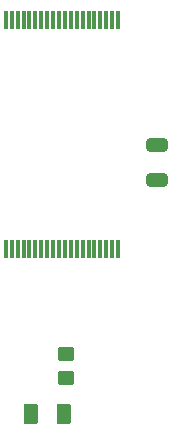
<source format=gbr>
%TF.GenerationSoftware,KiCad,Pcbnew,(7.0.0)*%
%TF.CreationDate,2023-03-05T21:21:49+00:00*%
%TF.ProjectId,connector,636f6e6e-6563-4746-9f72-2e6b69636164,rev?*%
%TF.SameCoordinates,Original*%
%TF.FileFunction,Paste,Top*%
%TF.FilePolarity,Positive*%
%FSLAX46Y46*%
G04 Gerber Fmt 4.6, Leading zero omitted, Abs format (unit mm)*
G04 Created by KiCad (PCBNEW (7.0.0)) date 2023-03-05 21:21:49*
%MOMM*%
%LPD*%
G01*
G04 APERTURE LIST*
G04 Aperture macros list*
%AMRoundRect*
0 Rectangle with rounded corners*
0 $1 Rounding radius*
0 $2 $3 $4 $5 $6 $7 $8 $9 X,Y pos of 4 corners*
0 Add a 4 corners polygon primitive as box body*
4,1,4,$2,$3,$4,$5,$6,$7,$8,$9,$2,$3,0*
0 Add four circle primitives for the rounded corners*
1,1,$1+$1,$2,$3*
1,1,$1+$1,$4,$5*
1,1,$1+$1,$6,$7*
1,1,$1+$1,$8,$9*
0 Add four rect primitives between the rounded corners*
20,1,$1+$1,$2,$3,$4,$5,0*
20,1,$1+$1,$4,$5,$6,$7,0*
20,1,$1+$1,$6,$7,$8,$9,0*
20,1,$1+$1,$8,$9,$2,$3,0*%
G04 Aperture macros list end*
%ADD10RoundRect,0.250000X-0.650000X0.325000X-0.650000X-0.325000X0.650000X-0.325000X0.650000X0.325000X0*%
%ADD11RoundRect,0.075000X0.075000X-0.712500X0.075000X0.712500X-0.075000X0.712500X-0.075000X-0.712500X0*%
%ADD12RoundRect,0.250000X-0.375000X-0.625000X0.375000X-0.625000X0.375000X0.625000X-0.375000X0.625000X0*%
%ADD13RoundRect,0.250000X-0.450000X0.350000X-0.450000X-0.350000X0.450000X-0.350000X0.450000X0.350000X0*%
G04 APERTURE END LIST*
D10*
%TO.C,C1*%
X150082000Y-90473000D03*
X150082000Y-93423000D03*
%TD*%
D11*
%TO.C,U1*%
X137280000Y-99258000D03*
X137780000Y-99258000D03*
X138280000Y-99258000D03*
X138780000Y-99258000D03*
X139280000Y-99258000D03*
X139780000Y-99258000D03*
X140280000Y-99258000D03*
X140780000Y-99258000D03*
X141280000Y-99258000D03*
X141780000Y-99258000D03*
X142280000Y-99258000D03*
X142780000Y-99258000D03*
X143280000Y-99258000D03*
X143780000Y-99258000D03*
X144280000Y-99258000D03*
X144780000Y-99258000D03*
X145280000Y-99258000D03*
X145780000Y-99258000D03*
X146280000Y-99258000D03*
X146780000Y-99258000D03*
X146780000Y-79883000D03*
X146280000Y-79883000D03*
X145780000Y-79883000D03*
X145280000Y-79883000D03*
X144780000Y-79883000D03*
X144280000Y-79883000D03*
X143780000Y-79883000D03*
X143280000Y-79883000D03*
X142780000Y-79883000D03*
X142280000Y-79883000D03*
X141780000Y-79883000D03*
X141280000Y-79883000D03*
X140780000Y-79883000D03*
X140280000Y-79883000D03*
X139780000Y-79883000D03*
X139280000Y-79883000D03*
X138780000Y-79883000D03*
X138280000Y-79883000D03*
X137780000Y-79883000D03*
X137280000Y-79883000D03*
%TD*%
D12*
%TO.C,D1*%
X139411000Y-113284000D03*
X142211000Y-113284000D03*
%TD*%
D13*
%TO.C,R1*%
X142335000Y-108204000D03*
X142335000Y-110204000D03*
%TD*%
M02*

</source>
